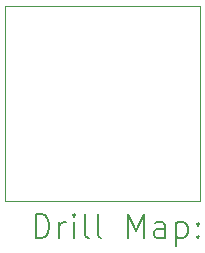
<source format=gbr>
%TF.GenerationSoftware,KiCad,Pcbnew,8.0.5*%
%TF.CreationDate,2025-10-26T06:15:14+01:00*%
%TF.ProjectId,FRTC8563S,46525443-3835-4363-9353-2e6b69636164,rev?*%
%TF.SameCoordinates,Original*%
%TF.FileFunction,Drillmap*%
%TF.FilePolarity,Positive*%
%FSLAX45Y45*%
G04 Gerber Fmt 4.5, Leading zero omitted, Abs format (unit mm)*
G04 Created by KiCad (PCBNEW 8.0.5) date 2025-10-26 06:15:14*
%MOMM*%
%LPD*%
G01*
G04 APERTURE LIST*
%ADD10C,0.050000*%
%ADD11C,0.200000*%
G04 APERTURE END LIST*
D10*
X14000000Y-4350000D02*
X15650000Y-4350000D01*
X15650000Y-6000000D01*
X14000000Y-6000000D01*
X14000000Y-4350000D01*
D11*
X14258277Y-6313984D02*
X14258277Y-6113984D01*
X14258277Y-6113984D02*
X14305896Y-6113984D01*
X14305896Y-6113984D02*
X14334467Y-6123508D01*
X14334467Y-6123508D02*
X14353515Y-6142555D01*
X14353515Y-6142555D02*
X14363039Y-6161603D01*
X14363039Y-6161603D02*
X14372562Y-6199698D01*
X14372562Y-6199698D02*
X14372562Y-6228269D01*
X14372562Y-6228269D02*
X14363039Y-6266365D01*
X14363039Y-6266365D02*
X14353515Y-6285412D01*
X14353515Y-6285412D02*
X14334467Y-6304460D01*
X14334467Y-6304460D02*
X14305896Y-6313984D01*
X14305896Y-6313984D02*
X14258277Y-6313984D01*
X14458277Y-6313984D02*
X14458277Y-6180650D01*
X14458277Y-6218746D02*
X14467801Y-6199698D01*
X14467801Y-6199698D02*
X14477324Y-6190174D01*
X14477324Y-6190174D02*
X14496372Y-6180650D01*
X14496372Y-6180650D02*
X14515420Y-6180650D01*
X14582086Y-6313984D02*
X14582086Y-6180650D01*
X14582086Y-6113984D02*
X14572562Y-6123508D01*
X14572562Y-6123508D02*
X14582086Y-6133031D01*
X14582086Y-6133031D02*
X14591610Y-6123508D01*
X14591610Y-6123508D02*
X14582086Y-6113984D01*
X14582086Y-6113984D02*
X14582086Y-6133031D01*
X14705896Y-6313984D02*
X14686848Y-6304460D01*
X14686848Y-6304460D02*
X14677324Y-6285412D01*
X14677324Y-6285412D02*
X14677324Y-6113984D01*
X14810658Y-6313984D02*
X14791610Y-6304460D01*
X14791610Y-6304460D02*
X14782086Y-6285412D01*
X14782086Y-6285412D02*
X14782086Y-6113984D01*
X15039229Y-6313984D02*
X15039229Y-6113984D01*
X15039229Y-6113984D02*
X15105896Y-6256841D01*
X15105896Y-6256841D02*
X15172562Y-6113984D01*
X15172562Y-6113984D02*
X15172562Y-6313984D01*
X15353515Y-6313984D02*
X15353515Y-6209222D01*
X15353515Y-6209222D02*
X15343991Y-6190174D01*
X15343991Y-6190174D02*
X15324943Y-6180650D01*
X15324943Y-6180650D02*
X15286848Y-6180650D01*
X15286848Y-6180650D02*
X15267801Y-6190174D01*
X15353515Y-6304460D02*
X15334467Y-6313984D01*
X15334467Y-6313984D02*
X15286848Y-6313984D01*
X15286848Y-6313984D02*
X15267801Y-6304460D01*
X15267801Y-6304460D02*
X15258277Y-6285412D01*
X15258277Y-6285412D02*
X15258277Y-6266365D01*
X15258277Y-6266365D02*
X15267801Y-6247317D01*
X15267801Y-6247317D02*
X15286848Y-6237793D01*
X15286848Y-6237793D02*
X15334467Y-6237793D01*
X15334467Y-6237793D02*
X15353515Y-6228269D01*
X15448753Y-6180650D02*
X15448753Y-6380650D01*
X15448753Y-6190174D02*
X15467801Y-6180650D01*
X15467801Y-6180650D02*
X15505896Y-6180650D01*
X15505896Y-6180650D02*
X15524943Y-6190174D01*
X15524943Y-6190174D02*
X15534467Y-6199698D01*
X15534467Y-6199698D02*
X15543991Y-6218746D01*
X15543991Y-6218746D02*
X15543991Y-6275888D01*
X15543991Y-6275888D02*
X15534467Y-6294936D01*
X15534467Y-6294936D02*
X15524943Y-6304460D01*
X15524943Y-6304460D02*
X15505896Y-6313984D01*
X15505896Y-6313984D02*
X15467801Y-6313984D01*
X15467801Y-6313984D02*
X15448753Y-6304460D01*
X15629705Y-6294936D02*
X15639229Y-6304460D01*
X15639229Y-6304460D02*
X15629705Y-6313984D01*
X15629705Y-6313984D02*
X15620182Y-6304460D01*
X15620182Y-6304460D02*
X15629705Y-6294936D01*
X15629705Y-6294936D02*
X15629705Y-6313984D01*
X15629705Y-6190174D02*
X15639229Y-6199698D01*
X15639229Y-6199698D02*
X15629705Y-6209222D01*
X15629705Y-6209222D02*
X15620182Y-6199698D01*
X15620182Y-6199698D02*
X15629705Y-6190174D01*
X15629705Y-6190174D02*
X15629705Y-6209222D01*
M02*

</source>
